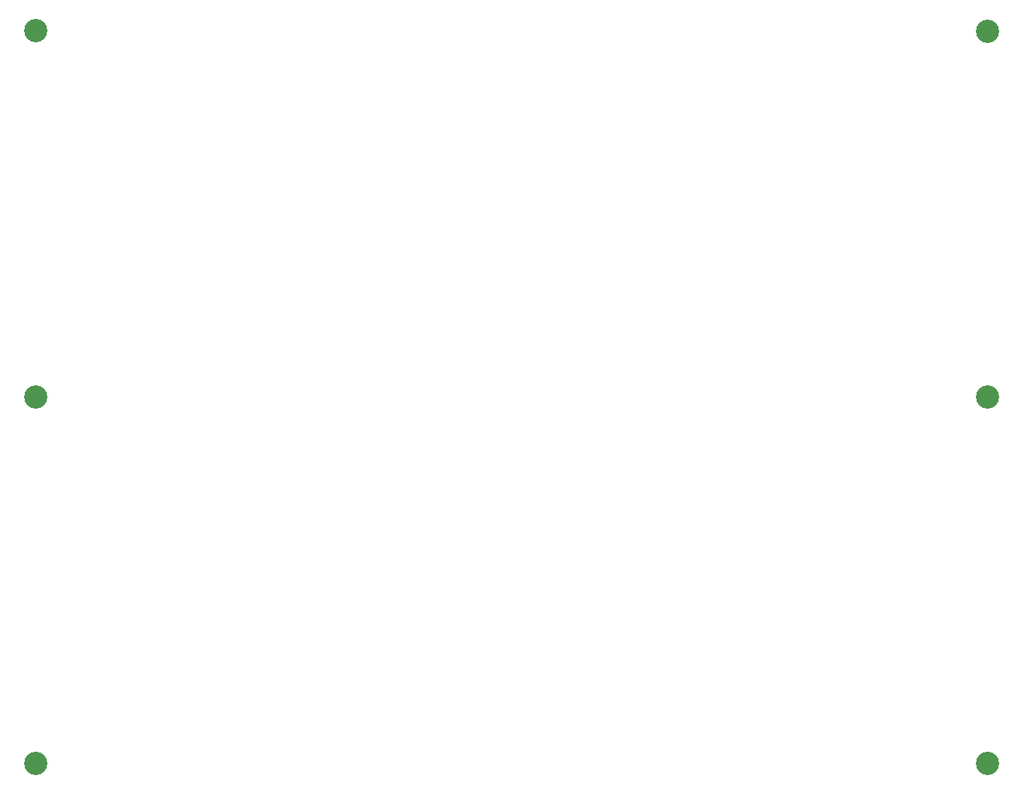
<source format=gbr>
%TF.GenerationSoftware,KiCad,Pcbnew,9.0.6*%
%TF.CreationDate,2026-02-01T22:29:03+01:00*%
%TF.ProjectId,BMS,424d532e-6b69-4636-9164-5f7063625858,rev?*%
%TF.SameCoordinates,Original*%
%TF.FileFunction,NonPlated,1,4,NPTH,Drill*%
%TF.FilePolarity,Positive*%
%FSLAX46Y46*%
G04 Gerber Fmt 4.6, Leading zero omitted, Abs format (unit mm)*
G04 Created by KiCad (PCBNEW 9.0.6) date 2026-02-01 22:29:03*
%MOMM*%
%LPD*%
G01*
G04 APERTURE LIST*
%TA.AperFunction,ComponentDrill*%
%ADD10C,2.700000*%
%TD*%
G04 APERTURE END LIST*
D10*
%TO.C,H1*%
X21590000Y-67200000D03*
%TO.C,H6*%
X21590000Y-109800000D03*
%TO.C,H2*%
X21590000Y-152400000D03*
%TO.C,H4*%
X132080000Y-67310000D03*
%TO.C,H5*%
X132080000Y-109800000D03*
%TO.C,H3*%
X132080000Y-152400000D03*
M02*

</source>
